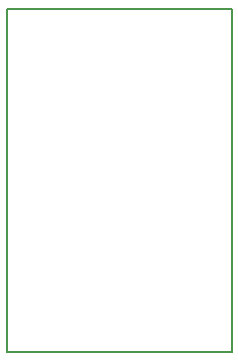
<source format=gm1>
G04 #@! TF.GenerationSoftware,KiCad,Pcbnew,(7.0.0)*
G04 #@! TF.CreationDate,2023-03-27T06:12:53-05:00*
G04 #@! TF.ProjectId,he-sensor-breakout,68652d73-656e-4736-9f72-2d627265616b,rev?*
G04 #@! TF.SameCoordinates,Original*
G04 #@! TF.FileFunction,Profile,NP*
%FSLAX46Y46*%
G04 Gerber Fmt 4.6, Leading zero omitted, Abs format (unit mm)*
G04 Created by KiCad (PCBNEW (7.0.0)) date 2023-03-27 06:12:53*
%MOMM*%
%LPD*%
G01*
G04 APERTURE LIST*
G04 #@! TA.AperFunction,Profile*
%ADD10C,0.150000*%
G04 #@! TD*
G04 APERTURE END LIST*
D10*
X90475000Y-85475000D02*
X109525000Y-85475000D01*
X109525000Y-85475000D02*
X109525000Y-114525000D01*
X109525000Y-114525000D02*
X90475000Y-114525000D01*
X90475000Y-114525000D02*
X90475000Y-85475000D01*
M02*

</source>
